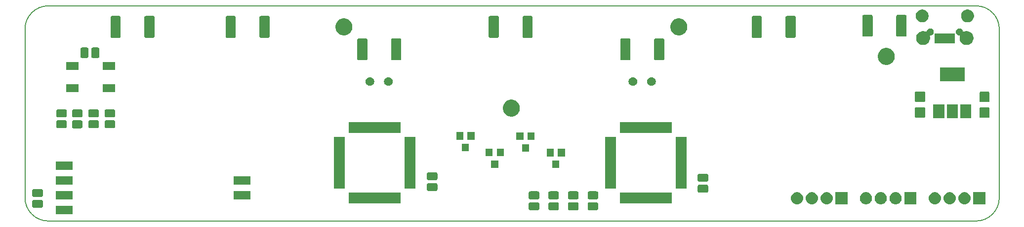
<source format=gbr>
%TF.GenerationSoftware,KiCad,Pcbnew,(5.0.1)-4*%
%TF.CreationDate,2019-04-12T07:50:59+02:00*%
%TF.ProjectId,nixie,6E697869652E6B696361645F70636200,rev?*%
%TF.SameCoordinates,Original*%
%TF.FileFunction,Soldermask,Top*%
%TF.FilePolarity,Negative*%
%FSLAX46Y46*%
G04 Gerber Fmt 4.6, Leading zero omitted, Abs format (unit mm)*
G04 Created by KiCad (PCBNEW (5.0.1)-4) date 12/04/2019 7:50:59*
%MOMM*%
%LPD*%
G01*
G04 APERTURE LIST*
%ADD10C,0.200000*%
%ADD11C,0.100000*%
G04 APERTURE END LIST*
D10*
X71251000Y-120249000D02*
G75*
G02X67251000Y-116249000I0J4000000D01*
G01*
X71251000Y-120249000D02*
X230251000Y-120249000D01*
X234251000Y-87249000D02*
X234251000Y-116249000D01*
X67251000Y-87249000D02*
G75*
G02X71251000Y-83249000I4000000J0D01*
G01*
X234251000Y-116249000D02*
G75*
G02X230251000Y-120249000I-4000000J0D01*
G01*
X67251000Y-87249000D02*
X67251000Y-116249000D01*
X71251000Y-83249000D02*
X230251000Y-83249000D01*
X230251000Y-83249000D02*
G75*
G02X234251000Y-87249000I0J-4000000D01*
G01*
D11*
G36*
X75432500Y-119064000D02*
X72522500Y-119064000D01*
X72522500Y-117664000D01*
X75432500Y-117664000D01*
X75432500Y-119064000D01*
X75432500Y-119064000D01*
G37*
G36*
X165265497Y-117017497D02*
X165318153Y-117033470D01*
X165366665Y-117059400D01*
X165409196Y-117094304D01*
X165444100Y-117136835D01*
X165470030Y-117185347D01*
X165486003Y-117238003D01*
X165492000Y-117298890D01*
X165492000Y-118099110D01*
X165486003Y-118159997D01*
X165470030Y-118212653D01*
X165444100Y-118261165D01*
X165409196Y-118303696D01*
X165366665Y-118338600D01*
X165318153Y-118364530D01*
X165265497Y-118380503D01*
X165204610Y-118386500D01*
X163979390Y-118386500D01*
X163918503Y-118380503D01*
X163865847Y-118364530D01*
X163817335Y-118338600D01*
X163774804Y-118303696D01*
X163739900Y-118261165D01*
X163713970Y-118212653D01*
X163697997Y-118159997D01*
X163692000Y-118099110D01*
X163692000Y-117298890D01*
X163697997Y-117238003D01*
X163713970Y-117185347D01*
X163739900Y-117136835D01*
X163774804Y-117094304D01*
X163817335Y-117059400D01*
X163865847Y-117033470D01*
X163918503Y-117017497D01*
X163979390Y-117011500D01*
X165204610Y-117011500D01*
X165265497Y-117017497D01*
X165265497Y-117017497D01*
G37*
G36*
X161899997Y-117017497D02*
X161952653Y-117033470D01*
X162001165Y-117059400D01*
X162043696Y-117094304D01*
X162078600Y-117136835D01*
X162104530Y-117185347D01*
X162120503Y-117238003D01*
X162126500Y-117298890D01*
X162126500Y-118099110D01*
X162120503Y-118159997D01*
X162104530Y-118212653D01*
X162078600Y-118261165D01*
X162043696Y-118303696D01*
X162001165Y-118338600D01*
X161952653Y-118364530D01*
X161899997Y-118380503D01*
X161839110Y-118386500D01*
X160613890Y-118386500D01*
X160553003Y-118380503D01*
X160500347Y-118364530D01*
X160451835Y-118338600D01*
X160409304Y-118303696D01*
X160374400Y-118261165D01*
X160348470Y-118212653D01*
X160332497Y-118159997D01*
X160326500Y-118099110D01*
X160326500Y-117298890D01*
X160332497Y-117238003D01*
X160348470Y-117185347D01*
X160374400Y-117136835D01*
X160409304Y-117094304D01*
X160451835Y-117059400D01*
X160500347Y-117033470D01*
X160553003Y-117017497D01*
X160613890Y-117011500D01*
X161839110Y-117011500D01*
X161899997Y-117017497D01*
X161899997Y-117017497D01*
G37*
G36*
X158534497Y-117017497D02*
X158587153Y-117033470D01*
X158635665Y-117059400D01*
X158678196Y-117094304D01*
X158713100Y-117136835D01*
X158739030Y-117185347D01*
X158755003Y-117238003D01*
X158761000Y-117298890D01*
X158761000Y-118099110D01*
X158755003Y-118159997D01*
X158739030Y-118212653D01*
X158713100Y-118261165D01*
X158678196Y-118303696D01*
X158635665Y-118338600D01*
X158587153Y-118364530D01*
X158534497Y-118380503D01*
X158473610Y-118386500D01*
X157248390Y-118386500D01*
X157187503Y-118380503D01*
X157134847Y-118364530D01*
X157086335Y-118338600D01*
X157043804Y-118303696D01*
X157008900Y-118261165D01*
X156982970Y-118212653D01*
X156966997Y-118159997D01*
X156961000Y-118099110D01*
X156961000Y-117298890D01*
X156966997Y-117238003D01*
X156982970Y-117185347D01*
X157008900Y-117136835D01*
X157043804Y-117094304D01*
X157086335Y-117059400D01*
X157134847Y-117033470D01*
X157187503Y-117017497D01*
X157248390Y-117011500D01*
X158473610Y-117011500D01*
X158534497Y-117017497D01*
X158534497Y-117017497D01*
G37*
G36*
X155168997Y-117017497D02*
X155221653Y-117033470D01*
X155270165Y-117059400D01*
X155312696Y-117094304D01*
X155347600Y-117136835D01*
X155373530Y-117185347D01*
X155389503Y-117238003D01*
X155395500Y-117298890D01*
X155395500Y-118099110D01*
X155389503Y-118159997D01*
X155373530Y-118212653D01*
X155347600Y-118261165D01*
X155312696Y-118303696D01*
X155270165Y-118338600D01*
X155221653Y-118364530D01*
X155168997Y-118380503D01*
X155108110Y-118386500D01*
X153882890Y-118386500D01*
X153822003Y-118380503D01*
X153769347Y-118364530D01*
X153720835Y-118338600D01*
X153678304Y-118303696D01*
X153643400Y-118261165D01*
X153617470Y-118212653D01*
X153601497Y-118159997D01*
X153595500Y-118099110D01*
X153595500Y-117298890D01*
X153601497Y-117238003D01*
X153617470Y-117185347D01*
X153643400Y-117136835D01*
X153678304Y-117094304D01*
X153720835Y-117059400D01*
X153769347Y-117033470D01*
X153822003Y-117017497D01*
X153882890Y-117011500D01*
X155108110Y-117011500D01*
X155168997Y-117017497D01*
X155168997Y-117017497D01*
G37*
G36*
X70078997Y-116602997D02*
X70131653Y-116618970D01*
X70180165Y-116644900D01*
X70222696Y-116679804D01*
X70257600Y-116722335D01*
X70283530Y-116770847D01*
X70299503Y-116823503D01*
X70305500Y-116884390D01*
X70305500Y-117684610D01*
X70299503Y-117745497D01*
X70283530Y-117798153D01*
X70257600Y-117846665D01*
X70222696Y-117889196D01*
X70180165Y-117924100D01*
X70131653Y-117950030D01*
X70078997Y-117966003D01*
X70018110Y-117972000D01*
X68792890Y-117972000D01*
X68732003Y-117966003D01*
X68679347Y-117950030D01*
X68630835Y-117924100D01*
X68588304Y-117889196D01*
X68553400Y-117846665D01*
X68527470Y-117798153D01*
X68511497Y-117745497D01*
X68505500Y-117684610D01*
X68505500Y-116884390D01*
X68511497Y-116823503D01*
X68527470Y-116770847D01*
X68553400Y-116722335D01*
X68588304Y-116679804D01*
X68630835Y-116644900D01*
X68679347Y-116618970D01*
X68732003Y-116602997D01*
X68792890Y-116597000D01*
X70018110Y-116597000D01*
X70078997Y-116602997D01*
X70078997Y-116602997D01*
G37*
G36*
X216600207Y-115289597D02*
X216677336Y-115297193D01*
X216805266Y-115336000D01*
X216875263Y-115357233D01*
X217057672Y-115454733D01*
X217217554Y-115585946D01*
X217348767Y-115745828D01*
X217446267Y-115928237D01*
X217446267Y-115928238D01*
X217506307Y-116126164D01*
X217526580Y-116332000D01*
X217506307Y-116537836D01*
X217470786Y-116654932D01*
X217446267Y-116735763D01*
X217348767Y-116918172D01*
X217217554Y-117078054D01*
X217057672Y-117209267D01*
X216875263Y-117306767D01*
X216809287Y-117326780D01*
X216677336Y-117366807D01*
X216600207Y-117374403D01*
X216523080Y-117382000D01*
X216419920Y-117382000D01*
X216342793Y-117374403D01*
X216265664Y-117366807D01*
X216133713Y-117326780D01*
X216067737Y-117306767D01*
X215885328Y-117209267D01*
X215725446Y-117078054D01*
X215594233Y-116918172D01*
X215496733Y-116735763D01*
X215472214Y-116654932D01*
X215436693Y-116537836D01*
X215416420Y-116332000D01*
X215436693Y-116126164D01*
X215496733Y-115928238D01*
X215496733Y-115928237D01*
X215594233Y-115745828D01*
X215725446Y-115585946D01*
X215885328Y-115454733D01*
X216067737Y-115357233D01*
X216137734Y-115336000D01*
X216265664Y-115297193D01*
X216342793Y-115289597D01*
X216419920Y-115282000D01*
X216523080Y-115282000D01*
X216600207Y-115289597D01*
X216600207Y-115289597D01*
G37*
G36*
X231872500Y-117382000D02*
X229772500Y-117382000D01*
X229772500Y-115282000D01*
X231872500Y-115282000D01*
X231872500Y-117382000D01*
X231872500Y-117382000D01*
G37*
G36*
X208250500Y-117382000D02*
X206150500Y-117382000D01*
X206150500Y-115282000D01*
X208250500Y-115282000D01*
X208250500Y-117382000D01*
X208250500Y-117382000D01*
G37*
G36*
X204789207Y-115289597D02*
X204866336Y-115297193D01*
X204994266Y-115336000D01*
X205064263Y-115357233D01*
X205246672Y-115454733D01*
X205406554Y-115585946D01*
X205537767Y-115745828D01*
X205635267Y-115928237D01*
X205635267Y-115928238D01*
X205695307Y-116126164D01*
X205715580Y-116332000D01*
X205695307Y-116537836D01*
X205659786Y-116654932D01*
X205635267Y-116735763D01*
X205537767Y-116918172D01*
X205406554Y-117078054D01*
X205246672Y-117209267D01*
X205064263Y-117306767D01*
X204998287Y-117326780D01*
X204866336Y-117366807D01*
X204789207Y-117374403D01*
X204712080Y-117382000D01*
X204608920Y-117382000D01*
X204531793Y-117374403D01*
X204454664Y-117366807D01*
X204322713Y-117326780D01*
X204256737Y-117306767D01*
X204074328Y-117209267D01*
X203914446Y-117078054D01*
X203783233Y-116918172D01*
X203685733Y-116735763D01*
X203661214Y-116654932D01*
X203625693Y-116537836D01*
X203605420Y-116332000D01*
X203625693Y-116126164D01*
X203685733Y-115928238D01*
X203685733Y-115928237D01*
X203783233Y-115745828D01*
X203914446Y-115585946D01*
X204074328Y-115454733D01*
X204256737Y-115357233D01*
X204326734Y-115336000D01*
X204454664Y-115297193D01*
X204531793Y-115289597D01*
X204608920Y-115282000D01*
X204712080Y-115282000D01*
X204789207Y-115289597D01*
X204789207Y-115289597D01*
G37*
G36*
X202249207Y-115289597D02*
X202326336Y-115297193D01*
X202454266Y-115336000D01*
X202524263Y-115357233D01*
X202706672Y-115454733D01*
X202866554Y-115585946D01*
X202997767Y-115745828D01*
X203095267Y-115928237D01*
X203095267Y-115928238D01*
X203155307Y-116126164D01*
X203175580Y-116332000D01*
X203155307Y-116537836D01*
X203119786Y-116654932D01*
X203095267Y-116735763D01*
X202997767Y-116918172D01*
X202866554Y-117078054D01*
X202706672Y-117209267D01*
X202524263Y-117306767D01*
X202458287Y-117326780D01*
X202326336Y-117366807D01*
X202249207Y-117374403D01*
X202172080Y-117382000D01*
X202068920Y-117382000D01*
X201991793Y-117374403D01*
X201914664Y-117366807D01*
X201782713Y-117326780D01*
X201716737Y-117306767D01*
X201534328Y-117209267D01*
X201374446Y-117078054D01*
X201243233Y-116918172D01*
X201145733Y-116735763D01*
X201121214Y-116654932D01*
X201085693Y-116537836D01*
X201065420Y-116332000D01*
X201085693Y-116126164D01*
X201145733Y-115928238D01*
X201145733Y-115928237D01*
X201243233Y-115745828D01*
X201374446Y-115585946D01*
X201534328Y-115454733D01*
X201716737Y-115357233D01*
X201786734Y-115336000D01*
X201914664Y-115297193D01*
X201991793Y-115289597D01*
X202068920Y-115282000D01*
X202172080Y-115282000D01*
X202249207Y-115289597D01*
X202249207Y-115289597D01*
G37*
G36*
X199709207Y-115289597D02*
X199786336Y-115297193D01*
X199914266Y-115336000D01*
X199984263Y-115357233D01*
X200166672Y-115454733D01*
X200326554Y-115585946D01*
X200457767Y-115745828D01*
X200555267Y-115928237D01*
X200555267Y-115928238D01*
X200615307Y-116126164D01*
X200635580Y-116332000D01*
X200615307Y-116537836D01*
X200579786Y-116654932D01*
X200555267Y-116735763D01*
X200457767Y-116918172D01*
X200326554Y-117078054D01*
X200166672Y-117209267D01*
X199984263Y-117306767D01*
X199918287Y-117326780D01*
X199786336Y-117366807D01*
X199709207Y-117374403D01*
X199632080Y-117382000D01*
X199528920Y-117382000D01*
X199451793Y-117374403D01*
X199374664Y-117366807D01*
X199242713Y-117326780D01*
X199176737Y-117306767D01*
X198994328Y-117209267D01*
X198834446Y-117078054D01*
X198703233Y-116918172D01*
X198605733Y-116735763D01*
X198581214Y-116654932D01*
X198545693Y-116537836D01*
X198525420Y-116332000D01*
X198545693Y-116126164D01*
X198605733Y-115928238D01*
X198605733Y-115928237D01*
X198703233Y-115745828D01*
X198834446Y-115585946D01*
X198994328Y-115454733D01*
X199176737Y-115357233D01*
X199246734Y-115336000D01*
X199374664Y-115297193D01*
X199451793Y-115289597D01*
X199528920Y-115282000D01*
X199632080Y-115282000D01*
X199709207Y-115289597D01*
X199709207Y-115289597D01*
G37*
G36*
X211520207Y-115289597D02*
X211597336Y-115297193D01*
X211725266Y-115336000D01*
X211795263Y-115357233D01*
X211977672Y-115454733D01*
X212137554Y-115585946D01*
X212268767Y-115745828D01*
X212366267Y-115928237D01*
X212366267Y-115928238D01*
X212426307Y-116126164D01*
X212446580Y-116332000D01*
X212426307Y-116537836D01*
X212390786Y-116654932D01*
X212366267Y-116735763D01*
X212268767Y-116918172D01*
X212137554Y-117078054D01*
X211977672Y-117209267D01*
X211795263Y-117306767D01*
X211729287Y-117326780D01*
X211597336Y-117366807D01*
X211520207Y-117374403D01*
X211443080Y-117382000D01*
X211339920Y-117382000D01*
X211262793Y-117374403D01*
X211185664Y-117366807D01*
X211053713Y-117326780D01*
X210987737Y-117306767D01*
X210805328Y-117209267D01*
X210645446Y-117078054D01*
X210514233Y-116918172D01*
X210416733Y-116735763D01*
X210392214Y-116654932D01*
X210356693Y-116537836D01*
X210336420Y-116332000D01*
X210356693Y-116126164D01*
X210416733Y-115928238D01*
X210416733Y-115928237D01*
X210514233Y-115745828D01*
X210645446Y-115585946D01*
X210805328Y-115454733D01*
X210987737Y-115357233D01*
X211057734Y-115336000D01*
X211185664Y-115297193D01*
X211262793Y-115289597D01*
X211339920Y-115282000D01*
X211443080Y-115282000D01*
X211520207Y-115289597D01*
X211520207Y-115289597D01*
G37*
G36*
X214060207Y-115289597D02*
X214137336Y-115297193D01*
X214265266Y-115336000D01*
X214335263Y-115357233D01*
X214517672Y-115454733D01*
X214677554Y-115585946D01*
X214808767Y-115745828D01*
X214906267Y-115928237D01*
X214906267Y-115928238D01*
X214966307Y-116126164D01*
X214986580Y-116332000D01*
X214966307Y-116537836D01*
X214930786Y-116654932D01*
X214906267Y-116735763D01*
X214808767Y-116918172D01*
X214677554Y-117078054D01*
X214517672Y-117209267D01*
X214335263Y-117306767D01*
X214269287Y-117326780D01*
X214137336Y-117366807D01*
X214060207Y-117374403D01*
X213983080Y-117382000D01*
X213879920Y-117382000D01*
X213802793Y-117374403D01*
X213725664Y-117366807D01*
X213593713Y-117326780D01*
X213527737Y-117306767D01*
X213345328Y-117209267D01*
X213185446Y-117078054D01*
X213054233Y-116918172D01*
X212956733Y-116735763D01*
X212932214Y-116654932D01*
X212896693Y-116537836D01*
X212876420Y-116332000D01*
X212896693Y-116126164D01*
X212956733Y-115928238D01*
X212956733Y-115928237D01*
X213054233Y-115745828D01*
X213185446Y-115585946D01*
X213345328Y-115454733D01*
X213527737Y-115357233D01*
X213597734Y-115336000D01*
X213725664Y-115297193D01*
X213802793Y-115289597D01*
X213879920Y-115282000D01*
X213983080Y-115282000D01*
X214060207Y-115289597D01*
X214060207Y-115289597D01*
G37*
G36*
X228411207Y-115289597D02*
X228488336Y-115297193D01*
X228616266Y-115336000D01*
X228686263Y-115357233D01*
X228868672Y-115454733D01*
X229028554Y-115585946D01*
X229159767Y-115745828D01*
X229257267Y-115928237D01*
X229257267Y-115928238D01*
X229317307Y-116126164D01*
X229337580Y-116332000D01*
X229317307Y-116537836D01*
X229281786Y-116654932D01*
X229257267Y-116735763D01*
X229159767Y-116918172D01*
X229028554Y-117078054D01*
X228868672Y-117209267D01*
X228686263Y-117306767D01*
X228620287Y-117326780D01*
X228488336Y-117366807D01*
X228411207Y-117374403D01*
X228334080Y-117382000D01*
X228230920Y-117382000D01*
X228153793Y-117374403D01*
X228076664Y-117366807D01*
X227944713Y-117326780D01*
X227878737Y-117306767D01*
X227696328Y-117209267D01*
X227536446Y-117078054D01*
X227405233Y-116918172D01*
X227307733Y-116735763D01*
X227283214Y-116654932D01*
X227247693Y-116537836D01*
X227227420Y-116332000D01*
X227247693Y-116126164D01*
X227307733Y-115928238D01*
X227307733Y-115928237D01*
X227405233Y-115745828D01*
X227536446Y-115585946D01*
X227696328Y-115454733D01*
X227878737Y-115357233D01*
X227948734Y-115336000D01*
X228076664Y-115297193D01*
X228153793Y-115289597D01*
X228230920Y-115282000D01*
X228334080Y-115282000D01*
X228411207Y-115289597D01*
X228411207Y-115289597D01*
G37*
G36*
X220061500Y-117382000D02*
X217961500Y-117382000D01*
X217961500Y-115282000D01*
X220061500Y-115282000D01*
X220061500Y-117382000D01*
X220061500Y-117382000D01*
G37*
G36*
X225871207Y-115289597D02*
X225948336Y-115297193D01*
X226076266Y-115336000D01*
X226146263Y-115357233D01*
X226328672Y-115454733D01*
X226488554Y-115585946D01*
X226619767Y-115745828D01*
X226717267Y-115928237D01*
X226717267Y-115928238D01*
X226777307Y-116126164D01*
X226797580Y-116332000D01*
X226777307Y-116537836D01*
X226741786Y-116654932D01*
X226717267Y-116735763D01*
X226619767Y-116918172D01*
X226488554Y-117078054D01*
X226328672Y-117209267D01*
X226146263Y-117306767D01*
X226080287Y-117326780D01*
X225948336Y-117366807D01*
X225871207Y-117374403D01*
X225794080Y-117382000D01*
X225690920Y-117382000D01*
X225613793Y-117374403D01*
X225536664Y-117366807D01*
X225404713Y-117326780D01*
X225338737Y-117306767D01*
X225156328Y-117209267D01*
X224996446Y-117078054D01*
X224865233Y-116918172D01*
X224767733Y-116735763D01*
X224743214Y-116654932D01*
X224707693Y-116537836D01*
X224687420Y-116332000D01*
X224707693Y-116126164D01*
X224767733Y-115928238D01*
X224767733Y-115928237D01*
X224865233Y-115745828D01*
X224996446Y-115585946D01*
X225156328Y-115454733D01*
X225338737Y-115357233D01*
X225408734Y-115336000D01*
X225536664Y-115297193D01*
X225613793Y-115289597D01*
X225690920Y-115282000D01*
X225794080Y-115282000D01*
X225871207Y-115289597D01*
X225871207Y-115289597D01*
G37*
G36*
X223331207Y-115289597D02*
X223408336Y-115297193D01*
X223536266Y-115336000D01*
X223606263Y-115357233D01*
X223788672Y-115454733D01*
X223948554Y-115585946D01*
X224079767Y-115745828D01*
X224177267Y-115928237D01*
X224177267Y-115928238D01*
X224237307Y-116126164D01*
X224257580Y-116332000D01*
X224237307Y-116537836D01*
X224201786Y-116654932D01*
X224177267Y-116735763D01*
X224079767Y-116918172D01*
X223948554Y-117078054D01*
X223788672Y-117209267D01*
X223606263Y-117306767D01*
X223540287Y-117326780D01*
X223408336Y-117366807D01*
X223331207Y-117374403D01*
X223254080Y-117382000D01*
X223150920Y-117382000D01*
X223073793Y-117374403D01*
X222996664Y-117366807D01*
X222864713Y-117326780D01*
X222798737Y-117306767D01*
X222616328Y-117209267D01*
X222456446Y-117078054D01*
X222325233Y-116918172D01*
X222227733Y-116735763D01*
X222203214Y-116654932D01*
X222167693Y-116537836D01*
X222147420Y-116332000D01*
X222167693Y-116126164D01*
X222227733Y-115928238D01*
X222227733Y-115928237D01*
X222325233Y-115745828D01*
X222456446Y-115585946D01*
X222616328Y-115454733D01*
X222798737Y-115357233D01*
X222868734Y-115336000D01*
X222996664Y-115297193D01*
X223073793Y-115289597D01*
X223150920Y-115282000D01*
X223254080Y-115282000D01*
X223331207Y-115289597D01*
X223331207Y-115289597D01*
G37*
G36*
X178132500Y-117236000D02*
X169212500Y-117236000D01*
X169212500Y-115336000D01*
X178132500Y-115336000D01*
X178132500Y-117236000D01*
X178132500Y-117236000D01*
G37*
G36*
X131650500Y-117236000D02*
X122730500Y-117236000D01*
X122730500Y-115336000D01*
X131650500Y-115336000D01*
X131650500Y-117236000D01*
X131650500Y-117236000D01*
G37*
G36*
X75428500Y-116524000D02*
X72518500Y-116524000D01*
X72518500Y-115124000D01*
X75428500Y-115124000D01*
X75428500Y-116524000D01*
X75428500Y-116524000D01*
G37*
G36*
X105912500Y-116524000D02*
X103002500Y-116524000D01*
X103002500Y-115124000D01*
X105912500Y-115124000D01*
X105912500Y-116524000D01*
X105912500Y-116524000D01*
G37*
G36*
X161899997Y-115142497D02*
X161952653Y-115158470D01*
X162001165Y-115184400D01*
X162043696Y-115219304D01*
X162078600Y-115261835D01*
X162104530Y-115310347D01*
X162120503Y-115363003D01*
X162126500Y-115423890D01*
X162126500Y-116224110D01*
X162120503Y-116284997D01*
X162104530Y-116337653D01*
X162078600Y-116386165D01*
X162043696Y-116428696D01*
X162001165Y-116463600D01*
X161952653Y-116489530D01*
X161899997Y-116505503D01*
X161839110Y-116511500D01*
X160613890Y-116511500D01*
X160553003Y-116505503D01*
X160500347Y-116489530D01*
X160451835Y-116463600D01*
X160409304Y-116428696D01*
X160374400Y-116386165D01*
X160348470Y-116337653D01*
X160332497Y-116284997D01*
X160326500Y-116224110D01*
X160326500Y-115423890D01*
X160332497Y-115363003D01*
X160348470Y-115310347D01*
X160374400Y-115261835D01*
X160409304Y-115219304D01*
X160451835Y-115184400D01*
X160500347Y-115158470D01*
X160553003Y-115142497D01*
X160613890Y-115136500D01*
X161839110Y-115136500D01*
X161899997Y-115142497D01*
X161899997Y-115142497D01*
G37*
G36*
X165265497Y-115142497D02*
X165318153Y-115158470D01*
X165366665Y-115184400D01*
X165409196Y-115219304D01*
X165444100Y-115261835D01*
X165470030Y-115310347D01*
X165486003Y-115363003D01*
X165492000Y-115423890D01*
X165492000Y-116224110D01*
X165486003Y-116284997D01*
X165470030Y-116337653D01*
X165444100Y-116386165D01*
X165409196Y-116428696D01*
X165366665Y-116463600D01*
X165318153Y-116489530D01*
X165265497Y-116505503D01*
X165204610Y-116511500D01*
X163979390Y-116511500D01*
X163918503Y-116505503D01*
X163865847Y-116489530D01*
X163817335Y-116463600D01*
X163774804Y-116428696D01*
X163739900Y-116386165D01*
X163713970Y-116337653D01*
X163697997Y-116284997D01*
X163692000Y-116224110D01*
X163692000Y-115423890D01*
X163697997Y-115363003D01*
X163713970Y-115310347D01*
X163739900Y-115261835D01*
X163774804Y-115219304D01*
X163817335Y-115184400D01*
X163865847Y-115158470D01*
X163918503Y-115142497D01*
X163979390Y-115136500D01*
X165204610Y-115136500D01*
X165265497Y-115142497D01*
X165265497Y-115142497D01*
G37*
G36*
X158534497Y-115142497D02*
X158587153Y-115158470D01*
X158635665Y-115184400D01*
X158678196Y-115219304D01*
X158713100Y-115261835D01*
X158739030Y-115310347D01*
X158755003Y-115363003D01*
X158761000Y-115423890D01*
X158761000Y-116224110D01*
X158755003Y-116284997D01*
X158739030Y-116337653D01*
X158713100Y-116386165D01*
X158678196Y-116428696D01*
X158635665Y-116463600D01*
X158587153Y-116489530D01*
X158534497Y-116505503D01*
X158473610Y-116511500D01*
X157248390Y-116511500D01*
X157187503Y-116505503D01*
X157134847Y-116489530D01*
X157086335Y-116463600D01*
X157043804Y-116428696D01*
X157008900Y-116386165D01*
X156982970Y-116337653D01*
X156966997Y-116284997D01*
X156961000Y-116224110D01*
X156961000Y-115423890D01*
X156966997Y-115363003D01*
X156982970Y-115310347D01*
X157008900Y-115261835D01*
X157043804Y-115219304D01*
X157086335Y-115184400D01*
X157134847Y-115158470D01*
X157187503Y-115142497D01*
X157248390Y-115136500D01*
X158473610Y-115136500D01*
X158534497Y-115142497D01*
X158534497Y-115142497D01*
G37*
G36*
X155168997Y-115142497D02*
X155221653Y-115158470D01*
X155270165Y-115184400D01*
X155312696Y-115219304D01*
X155347600Y-115261835D01*
X155373530Y-115310347D01*
X155389503Y-115363003D01*
X155395500Y-115423890D01*
X155395500Y-116224110D01*
X155389503Y-116284997D01*
X155373530Y-116337653D01*
X155347600Y-116386165D01*
X155312696Y-116428696D01*
X155270165Y-116463600D01*
X155221653Y-116489530D01*
X155168997Y-116505503D01*
X155108110Y-116511500D01*
X153882890Y-116511500D01*
X153822003Y-116505503D01*
X153769347Y-116489530D01*
X153720835Y-116463600D01*
X153678304Y-116428696D01*
X153643400Y-116386165D01*
X153617470Y-116337653D01*
X153601497Y-116284997D01*
X153595500Y-116224110D01*
X153595500Y-115423890D01*
X153601497Y-115363003D01*
X153617470Y-115310347D01*
X153643400Y-115261835D01*
X153678304Y-115219304D01*
X153720835Y-115184400D01*
X153769347Y-115158470D01*
X153822003Y-115142497D01*
X153882890Y-115136500D01*
X155108110Y-115136500D01*
X155168997Y-115142497D01*
X155168997Y-115142497D01*
G37*
G36*
X70078997Y-114727997D02*
X70131653Y-114743970D01*
X70180165Y-114769900D01*
X70222696Y-114804804D01*
X70257600Y-114847335D01*
X70283530Y-114895847D01*
X70299503Y-114948503D01*
X70305500Y-115009390D01*
X70305500Y-115809610D01*
X70299503Y-115870497D01*
X70283530Y-115923153D01*
X70257600Y-115971665D01*
X70222696Y-116014196D01*
X70180165Y-116049100D01*
X70131653Y-116075030D01*
X70078997Y-116091003D01*
X70018110Y-116097000D01*
X68792890Y-116097000D01*
X68732003Y-116091003D01*
X68679347Y-116075030D01*
X68630835Y-116049100D01*
X68588304Y-116014196D01*
X68553400Y-115971665D01*
X68527470Y-115923153D01*
X68511497Y-115870497D01*
X68505500Y-115809610D01*
X68505500Y-115009390D01*
X68511497Y-114948503D01*
X68527470Y-114895847D01*
X68553400Y-114847335D01*
X68588304Y-114804804D01*
X68630835Y-114769900D01*
X68679347Y-114743970D01*
X68732003Y-114727997D01*
X68792890Y-114722000D01*
X70018110Y-114722000D01*
X70078997Y-114727997D01*
X70078997Y-114727997D01*
G37*
G36*
X184124997Y-113999497D02*
X184177653Y-114015470D01*
X184226165Y-114041400D01*
X184268696Y-114076304D01*
X184303600Y-114118835D01*
X184329530Y-114167347D01*
X184345503Y-114220003D01*
X184351500Y-114280890D01*
X184351500Y-115081110D01*
X184345503Y-115141997D01*
X184329530Y-115194653D01*
X184303600Y-115243165D01*
X184268696Y-115285696D01*
X184226165Y-115320600D01*
X184177653Y-115346530D01*
X184124997Y-115362503D01*
X184064110Y-115368500D01*
X182838890Y-115368500D01*
X182778003Y-115362503D01*
X182725347Y-115346530D01*
X182676835Y-115320600D01*
X182634304Y-115285696D01*
X182599400Y-115243165D01*
X182573470Y-115194653D01*
X182557497Y-115141997D01*
X182551500Y-115081110D01*
X182551500Y-114280890D01*
X182557497Y-114220003D01*
X182573470Y-114167347D01*
X182599400Y-114118835D01*
X182634304Y-114076304D01*
X182676835Y-114041400D01*
X182725347Y-114015470D01*
X182778003Y-113999497D01*
X182838890Y-113993500D01*
X184064110Y-113993500D01*
X184124997Y-113999497D01*
X184124997Y-113999497D01*
G37*
G36*
X137721497Y-113730497D02*
X137774153Y-113746470D01*
X137822665Y-113772400D01*
X137865196Y-113807304D01*
X137900100Y-113849835D01*
X137926030Y-113898347D01*
X137942003Y-113951003D01*
X137948000Y-114011890D01*
X137948000Y-114812110D01*
X137942003Y-114872997D01*
X137926030Y-114925653D01*
X137900100Y-114974165D01*
X137865196Y-115016696D01*
X137822665Y-115051600D01*
X137774153Y-115077530D01*
X137721497Y-115093503D01*
X137660610Y-115099500D01*
X136435390Y-115099500D01*
X136374503Y-115093503D01*
X136321847Y-115077530D01*
X136273335Y-115051600D01*
X136230804Y-115016696D01*
X136195900Y-114974165D01*
X136169970Y-114925653D01*
X136153997Y-114872997D01*
X136148000Y-114812110D01*
X136148000Y-114011890D01*
X136153997Y-113951003D01*
X136169970Y-113898347D01*
X136195900Y-113849835D01*
X136230804Y-113807304D01*
X136273335Y-113772400D01*
X136321847Y-113746470D01*
X136374503Y-113730497D01*
X136435390Y-113724500D01*
X137660610Y-113724500D01*
X137721497Y-113730497D01*
X137721497Y-113730497D01*
G37*
G36*
X180672500Y-114696000D02*
X178772500Y-114696000D01*
X178772500Y-105776000D01*
X180672500Y-105776000D01*
X180672500Y-114696000D01*
X180672500Y-114696000D01*
G37*
G36*
X168572500Y-114696000D02*
X166672500Y-114696000D01*
X166672500Y-105776000D01*
X168572500Y-105776000D01*
X168572500Y-114696000D01*
X168572500Y-114696000D01*
G37*
G36*
X134190500Y-114696000D02*
X132290500Y-114696000D01*
X132290500Y-105776000D01*
X134190500Y-105776000D01*
X134190500Y-114696000D01*
X134190500Y-114696000D01*
G37*
G36*
X122090500Y-114696000D02*
X120190500Y-114696000D01*
X120190500Y-105776000D01*
X122090500Y-105776000D01*
X122090500Y-114696000D01*
X122090500Y-114696000D01*
G37*
G36*
X75432500Y-113984000D02*
X72522500Y-113984000D01*
X72522500Y-112584000D01*
X75432500Y-112584000D01*
X75432500Y-113984000D01*
X75432500Y-113984000D01*
G37*
G36*
X105912500Y-113984000D02*
X103002500Y-113984000D01*
X103002500Y-112584000D01*
X105912500Y-112584000D01*
X105912500Y-113984000D01*
X105912500Y-113984000D01*
G37*
G36*
X184124997Y-112124497D02*
X184177653Y-112140470D01*
X184226165Y-112166400D01*
X184268696Y-112201304D01*
X184303600Y-112243835D01*
X184329530Y-112292347D01*
X184345503Y-112345003D01*
X184351500Y-112405890D01*
X184351500Y-113206110D01*
X184345503Y-113266997D01*
X184329530Y-113319653D01*
X184303600Y-113368165D01*
X184268696Y-113410696D01*
X184226165Y-113445600D01*
X184177653Y-113471530D01*
X184124997Y-113487503D01*
X184064110Y-113493500D01*
X182838890Y-113493500D01*
X182778003Y-113487503D01*
X182725347Y-113471530D01*
X182676835Y-113445600D01*
X182634304Y-113410696D01*
X182599400Y-113368165D01*
X182573470Y-113319653D01*
X182557497Y-113266997D01*
X182551500Y-113206110D01*
X182551500Y-112405890D01*
X182557497Y-112345003D01*
X182573470Y-112292347D01*
X182599400Y-112243835D01*
X182634304Y-112201304D01*
X182676835Y-112166400D01*
X182725347Y-112140470D01*
X182778003Y-112124497D01*
X182838890Y-112118500D01*
X184064110Y-112118500D01*
X184124997Y-112124497D01*
X184124997Y-112124497D01*
G37*
G36*
X137721497Y-111855497D02*
X137774153Y-111871470D01*
X137822665Y-111897400D01*
X137865196Y-111932304D01*
X137900100Y-111974835D01*
X137926030Y-112023347D01*
X137942003Y-112076003D01*
X137948000Y-112136890D01*
X137948000Y-112937110D01*
X137942003Y-112997997D01*
X137926030Y-113050653D01*
X137900100Y-113099165D01*
X137865196Y-113141696D01*
X137822665Y-113176600D01*
X137774153Y-113202530D01*
X137721497Y-113218503D01*
X137660610Y-113224500D01*
X136435390Y-113224500D01*
X136374503Y-113218503D01*
X136321847Y-113202530D01*
X136273335Y-113176600D01*
X136230804Y-113141696D01*
X136195900Y-113099165D01*
X136169970Y-113050653D01*
X136153997Y-112997997D01*
X136148000Y-112937110D01*
X136148000Y-112136890D01*
X136153997Y-112076003D01*
X136169970Y-112023347D01*
X136195900Y-111974835D01*
X136230804Y-111932304D01*
X136273335Y-111897400D01*
X136321847Y-111871470D01*
X136374503Y-111855497D01*
X136435390Y-111849500D01*
X137660610Y-111849500D01*
X137721497Y-111855497D01*
X137721497Y-111855497D01*
G37*
G36*
X75428500Y-111444000D02*
X72518500Y-111444000D01*
X72518500Y-110044000D01*
X75428500Y-110044000D01*
X75428500Y-111444000D01*
X75428500Y-111444000D01*
G37*
G36*
X158844500Y-111140000D02*
X157644500Y-111140000D01*
X157644500Y-109840000D01*
X158844500Y-109840000D01*
X158844500Y-111140000D01*
X158844500Y-111140000D01*
G37*
G36*
X148367000Y-111124000D02*
X147167000Y-111124000D01*
X147167000Y-109824000D01*
X148367000Y-109824000D01*
X148367000Y-111124000D01*
X148367000Y-111124000D01*
G37*
G36*
X159794500Y-109140000D02*
X158594500Y-109140000D01*
X158594500Y-107840000D01*
X159794500Y-107840000D01*
X159794500Y-109140000D01*
X159794500Y-109140000D01*
G37*
G36*
X157894500Y-109140000D02*
X156694500Y-109140000D01*
X156694500Y-107840000D01*
X157894500Y-107840000D01*
X157894500Y-109140000D01*
X157894500Y-109140000D01*
G37*
G36*
X147417000Y-109124000D02*
X146217000Y-109124000D01*
X146217000Y-107824000D01*
X147417000Y-107824000D01*
X147417000Y-109124000D01*
X147417000Y-109124000D01*
G37*
G36*
X149317000Y-109124000D02*
X148117000Y-109124000D01*
X148117000Y-107824000D01*
X149317000Y-107824000D01*
X149317000Y-109124000D01*
X149317000Y-109124000D01*
G37*
G36*
X153637500Y-108314000D02*
X152437500Y-108314000D01*
X152437500Y-107014000D01*
X153637500Y-107014000D01*
X153637500Y-108314000D01*
X153637500Y-108314000D01*
G37*
G36*
X143348000Y-108266500D02*
X142148000Y-108266500D01*
X142148000Y-106966500D01*
X143348000Y-106966500D01*
X143348000Y-108266500D01*
X143348000Y-108266500D01*
G37*
G36*
X152687500Y-106314000D02*
X151487500Y-106314000D01*
X151487500Y-105014000D01*
X152687500Y-105014000D01*
X152687500Y-106314000D01*
X152687500Y-106314000D01*
G37*
G36*
X154587500Y-106314000D02*
X153387500Y-106314000D01*
X153387500Y-105014000D01*
X154587500Y-105014000D01*
X154587500Y-106314000D01*
X154587500Y-106314000D01*
G37*
G36*
X144298000Y-106266500D02*
X143098000Y-106266500D01*
X143098000Y-104966500D01*
X144298000Y-104966500D01*
X144298000Y-106266500D01*
X144298000Y-106266500D01*
G37*
G36*
X142398000Y-106266500D02*
X141198000Y-106266500D01*
X141198000Y-104966500D01*
X142398000Y-104966500D01*
X142398000Y-106266500D01*
X142398000Y-106266500D01*
G37*
G36*
X131650500Y-105136000D02*
X122730500Y-105136000D01*
X122730500Y-103236000D01*
X131650500Y-103236000D01*
X131650500Y-105136000D01*
X131650500Y-105136000D01*
G37*
G36*
X178132500Y-105136000D02*
X169212500Y-105136000D01*
X169212500Y-103236000D01*
X178132500Y-103236000D01*
X178132500Y-105136000D01*
X178132500Y-105136000D01*
G37*
G36*
X76873497Y-102935497D02*
X76926153Y-102951470D01*
X76974665Y-102977400D01*
X77017196Y-103012304D01*
X77052100Y-103054835D01*
X77078030Y-103103347D01*
X77094003Y-103156003D01*
X77100000Y-103216890D01*
X77100000Y-104017110D01*
X77094003Y-104077997D01*
X77078030Y-104130653D01*
X77052100Y-104179165D01*
X77017196Y-104221696D01*
X76974665Y-104256600D01*
X76926153Y-104282530D01*
X76873497Y-104298503D01*
X76812610Y-104304500D01*
X75587390Y-104304500D01*
X75526503Y-104298503D01*
X75473847Y-104282530D01*
X75425335Y-104256600D01*
X75382804Y-104221696D01*
X75347900Y-104179165D01*
X75321970Y-104130653D01*
X75305997Y-104077997D01*
X75300000Y-104017110D01*
X75300000Y-103216890D01*
X75305997Y-103156003D01*
X75321970Y-103103347D01*
X75347900Y-103054835D01*
X75382804Y-103012304D01*
X75425335Y-102977400D01*
X75473847Y-102951470D01*
X75526503Y-102935497D01*
X75587390Y-102929500D01*
X76812610Y-102929500D01*
X76873497Y-102935497D01*
X76873497Y-102935497D01*
G37*
G36*
X82461497Y-102920497D02*
X82514153Y-102936470D01*
X82562665Y-102962400D01*
X82605196Y-102997304D01*
X82640100Y-103039835D01*
X82666030Y-103088347D01*
X82682003Y-103141003D01*
X82688000Y-103201890D01*
X82688000Y-104002110D01*
X82682003Y-104062997D01*
X82666030Y-104115653D01*
X82640100Y-104164165D01*
X82605196Y-104206696D01*
X82562665Y-104241600D01*
X82514153Y-104267530D01*
X82461497Y-104283503D01*
X82400610Y-104289500D01*
X81175390Y-104289500D01*
X81114503Y-104283503D01*
X81061847Y-104267530D01*
X81013335Y-104241600D01*
X80970804Y-104206696D01*
X80935900Y-104164165D01*
X80909970Y-104115653D01*
X80893997Y-104062997D01*
X80888000Y-104002110D01*
X80888000Y-103201890D01*
X80893997Y-103141003D01*
X80909970Y-103088347D01*
X80935900Y-103039835D01*
X80970804Y-102997304D01*
X81013335Y-102962400D01*
X81061847Y-102936470D01*
X81114503Y-102920497D01*
X81175390Y-102914500D01*
X82400610Y-102914500D01*
X82461497Y-102920497D01*
X82461497Y-102920497D01*
G37*
G36*
X79667497Y-102920497D02*
X79720153Y-102936470D01*
X79768665Y-102962400D01*
X79811196Y-102997304D01*
X79846100Y-103039835D01*
X79872030Y-103088347D01*
X79888003Y-103141003D01*
X79894000Y-103201890D01*
X79894000Y-104002110D01*
X79888003Y-104062997D01*
X79872030Y-104115653D01*
X79846100Y-104164165D01*
X79811196Y-104206696D01*
X79768665Y-104241600D01*
X79720153Y-104267530D01*
X79667497Y-104283503D01*
X79606610Y-104289500D01*
X78381390Y-104289500D01*
X78320503Y-104283503D01*
X78267847Y-104267530D01*
X78219335Y-104241600D01*
X78176804Y-104206696D01*
X78141900Y-104164165D01*
X78115970Y-104115653D01*
X78099997Y-104062997D01*
X78094000Y-104002110D01*
X78094000Y-103201890D01*
X78099997Y-103141003D01*
X78115970Y-103088347D01*
X78141900Y-103039835D01*
X78176804Y-102997304D01*
X78219335Y-102962400D01*
X78267847Y-102936470D01*
X78320503Y-102920497D01*
X78381390Y-102914500D01*
X79606610Y-102914500D01*
X79667497Y-102920497D01*
X79667497Y-102920497D01*
G37*
G36*
X74206497Y-102920497D02*
X74259153Y-102936470D01*
X74307665Y-102962400D01*
X74350196Y-102997304D01*
X74385100Y-103039835D01*
X74411030Y-103088347D01*
X74427003Y-103141003D01*
X74433000Y-103201890D01*
X74433000Y-104002110D01*
X74427003Y-104062997D01*
X74411030Y-104115653D01*
X74385100Y-104164165D01*
X74350196Y-104206696D01*
X74307665Y-104241600D01*
X74259153Y-104267530D01*
X74206497Y-104283503D01*
X74145610Y-104289500D01*
X72920390Y-104289500D01*
X72859503Y-104283503D01*
X72806847Y-104267530D01*
X72758335Y-104241600D01*
X72715804Y-104206696D01*
X72680900Y-104164165D01*
X72654970Y-104115653D01*
X72638997Y-104062997D01*
X72633000Y-104002110D01*
X72633000Y-103201890D01*
X72638997Y-103141003D01*
X72654970Y-103088347D01*
X72680900Y-103039835D01*
X72715804Y-102997304D01*
X72758335Y-102962400D01*
X72806847Y-102936470D01*
X72859503Y-102920497D01*
X72920390Y-102914500D01*
X74145610Y-102914500D01*
X74206497Y-102920497D01*
X74206497Y-102920497D01*
G37*
G36*
X227137000Y-102559500D02*
X225237000Y-102559500D01*
X225237000Y-100159500D01*
X227137000Y-100159500D01*
X227137000Y-102559500D01*
X227137000Y-102559500D01*
G37*
G36*
X229437000Y-102559500D02*
X227537000Y-102559500D01*
X227537000Y-100159500D01*
X229437000Y-100159500D01*
X229437000Y-102559500D01*
X229437000Y-102559500D01*
G37*
G36*
X224837000Y-102559500D02*
X222937000Y-102559500D01*
X222937000Y-100159500D01*
X224837000Y-100159500D01*
X224837000Y-102559500D01*
X224837000Y-102559500D01*
G37*
G36*
X232388878Y-100721808D02*
X232434802Y-100735739D01*
X232477115Y-100758355D01*
X232514205Y-100788795D01*
X232544645Y-100825885D01*
X232567261Y-100868198D01*
X232581192Y-100914122D01*
X232586500Y-100968011D01*
X232586500Y-102264989D01*
X232581192Y-102318878D01*
X232567261Y-102364802D01*
X232544645Y-102407115D01*
X232514205Y-102444205D01*
X232477115Y-102474645D01*
X232434802Y-102497261D01*
X232388878Y-102511192D01*
X232334989Y-102516500D01*
X231088011Y-102516500D01*
X231034122Y-102511192D01*
X230988198Y-102497261D01*
X230945885Y-102474645D01*
X230908795Y-102444205D01*
X230878355Y-102407115D01*
X230855739Y-102364802D01*
X230841808Y-102318878D01*
X230836500Y-102264989D01*
X230836500Y-100968011D01*
X230841808Y-100914122D01*
X230855739Y-100868198D01*
X230878355Y-100825885D01*
X230908795Y-100788795D01*
X230945885Y-100758355D01*
X230988198Y-100735739D01*
X231034122Y-100721808D01*
X231088011Y-100716500D01*
X232334989Y-100716500D01*
X232388878Y-100721808D01*
X232388878Y-100721808D01*
G37*
G36*
X221339878Y-100674808D02*
X221385802Y-100688739D01*
X221428115Y-100711355D01*
X221465205Y-100741795D01*
X221495645Y-100778885D01*
X221518261Y-100821198D01*
X221532192Y-100867122D01*
X221537500Y-100921011D01*
X221537500Y-102217989D01*
X221532192Y-102271878D01*
X221518261Y-102317802D01*
X221495645Y-102360115D01*
X221465205Y-102397205D01*
X221428115Y-102427645D01*
X221385802Y-102450261D01*
X221339878Y-102464192D01*
X221285989Y-102469500D01*
X220039011Y-102469500D01*
X219985122Y-102464192D01*
X219939198Y-102450261D01*
X219896885Y-102427645D01*
X219859795Y-102397205D01*
X219829355Y-102360115D01*
X219806739Y-102317802D01*
X219792808Y-102271878D01*
X219787500Y-102217989D01*
X219787500Y-100921011D01*
X219792808Y-100867122D01*
X219806739Y-100821198D01*
X219829355Y-100778885D01*
X219859795Y-100741795D01*
X219896885Y-100711355D01*
X219939198Y-100688739D01*
X219985122Y-100674808D01*
X220039011Y-100669500D01*
X221285989Y-100669500D01*
X221339878Y-100674808D01*
X221339878Y-100674808D01*
G37*
G36*
X76873497Y-101060497D02*
X76926153Y-101076470D01*
X76974665Y-101102400D01*
X77017196Y-101137304D01*
X77052100Y-101179835D01*
X77078030Y-101228347D01*
X77094003Y-101281003D01*
X77100000Y-101341890D01*
X77100000Y-102142110D01*
X77094003Y-102202997D01*
X77078030Y-102255653D01*
X77052100Y-102304165D01*
X77017196Y-102346696D01*
X76974665Y-102381600D01*
X76926153Y-102407530D01*
X76873497Y-102423503D01*
X76812610Y-102429500D01*
X75587390Y-102429500D01*
X75526503Y-102423503D01*
X75473847Y-102407530D01*
X75425335Y-102381600D01*
X75382804Y-102346696D01*
X75347900Y-102304165D01*
X75321970Y-102255653D01*
X75305997Y-102202997D01*
X75300000Y-102142110D01*
X75300000Y-101341890D01*
X75305997Y-101281003D01*
X75321970Y-101228347D01*
X75347900Y-101179835D01*
X75382804Y-101137304D01*
X75425335Y-101102400D01*
X75473847Y-101076470D01*
X75526503Y-101060497D01*
X75587390Y-101054500D01*
X76812610Y-101054500D01*
X76873497Y-101060497D01*
X76873497Y-101060497D01*
G37*
G36*
X74206497Y-101045497D02*
X74259153Y-101061470D01*
X74307665Y-101087400D01*
X74350196Y-101122304D01*
X74385100Y-101164835D01*
X74411030Y-101213347D01*
X74427003Y-101266003D01*
X74433000Y-101326890D01*
X74433000Y-102127110D01*
X74427003Y-102187997D01*
X74411030Y-102240653D01*
X74385100Y-102289165D01*
X74350196Y-102331696D01*
X74307665Y-102366600D01*
X74259153Y-102392530D01*
X74206497Y-102408503D01*
X74145610Y-102414500D01*
X72920390Y-102414500D01*
X72859503Y-102408503D01*
X72806847Y-102392530D01*
X72758335Y-102366600D01*
X72715804Y-102331696D01*
X72680900Y-102289165D01*
X72654970Y-102240653D01*
X72638997Y-102187997D01*
X72633000Y-102127110D01*
X72633000Y-101326890D01*
X72638997Y-101266003D01*
X72654970Y-101213347D01*
X72680900Y-101164835D01*
X72715804Y-101122304D01*
X72758335Y-101087400D01*
X72806847Y-101061470D01*
X72859503Y-101045497D01*
X72920390Y-101039500D01*
X74145610Y-101039500D01*
X74206497Y-101045497D01*
X74206497Y-101045497D01*
G37*
G36*
X82461497Y-101045497D02*
X82514153Y-101061470D01*
X82562665Y-101087400D01*
X82605196Y-101122304D01*
X82640100Y-101164835D01*
X82666030Y-101213347D01*
X82682003Y-101266003D01*
X82688000Y-101326890D01*
X82688000Y-102127110D01*
X82682003Y-102187997D01*
X82666030Y-102240653D01*
X82640100Y-102289165D01*
X82605196Y-102331696D01*
X82562665Y-102366600D01*
X82514153Y-102392530D01*
X82461497Y-102408503D01*
X82400610Y-102414500D01*
X81175390Y-102414500D01*
X81114503Y-102408503D01*
X81061847Y-102392530D01*
X81013335Y-102366600D01*
X80970804Y-102331696D01*
X80935900Y-102289165D01*
X80909970Y-102240653D01*
X80893997Y-102187997D01*
X80888000Y-102127110D01*
X80888000Y-101326890D01*
X80893997Y-101266003D01*
X80909970Y-101213347D01*
X80935900Y-101164835D01*
X80970804Y-101122304D01*
X81013335Y-101087400D01*
X81061847Y-101061470D01*
X81114503Y-101045497D01*
X81175390Y-101039500D01*
X82400610Y-101039500D01*
X82461497Y-101045497D01*
X82461497Y-101045497D01*
G37*
G36*
X79667497Y-101045497D02*
X79720153Y-101061470D01*
X79768665Y-101087400D01*
X79811196Y-101122304D01*
X79846100Y-101164835D01*
X79872030Y-101213347D01*
X79888003Y-101266003D01*
X79894000Y-101326890D01*
X79894000Y-102127110D01*
X79888003Y-102187997D01*
X79872030Y-102240653D01*
X79846100Y-102289165D01*
X79811196Y-102331696D01*
X79768665Y-102366600D01*
X79720153Y-102392530D01*
X79667497Y-102408503D01*
X79606610Y-102414500D01*
X78381390Y-102414500D01*
X78320503Y-102408503D01*
X78267847Y-102392530D01*
X78219335Y-102366600D01*
X78176804Y-102331696D01*
X78141900Y-102289165D01*
X78115970Y-102240653D01*
X78099997Y-102187997D01*
X78094000Y-102127110D01*
X78094000Y-101326890D01*
X78099997Y-101266003D01*
X78115970Y-101213347D01*
X78141900Y-101164835D01*
X78176804Y-101122304D01*
X78219335Y-101087400D01*
X78267847Y-101061470D01*
X78320503Y-101045497D01*
X78381390Y-101039500D01*
X79606610Y-101039500D01*
X79667497Y-101045497D01*
X79667497Y-101045497D01*
G37*
G36*
X151044947Y-99443722D02*
X151308833Y-99553027D01*
X151546324Y-99711713D01*
X151748287Y-99913676D01*
X151906973Y-100151167D01*
X152016278Y-100415053D01*
X152072000Y-100695186D01*
X152072000Y-100980814D01*
X152016278Y-101260947D01*
X151906973Y-101524833D01*
X151748287Y-101762324D01*
X151546324Y-101964287D01*
X151308833Y-102122973D01*
X151044947Y-102232278D01*
X150764814Y-102288000D01*
X150479186Y-102288000D01*
X150199053Y-102232278D01*
X149935167Y-102122973D01*
X149697676Y-101964287D01*
X149495713Y-101762324D01*
X149337027Y-101524833D01*
X149227722Y-101260947D01*
X149172000Y-100980814D01*
X149172000Y-100695186D01*
X149227722Y-100415053D01*
X149337027Y-100151167D01*
X149495713Y-99913676D01*
X149697676Y-99711713D01*
X149935167Y-99553027D01*
X150199053Y-99443722D01*
X150479186Y-99388000D01*
X150764814Y-99388000D01*
X151044947Y-99443722D01*
X151044947Y-99443722D01*
G37*
G36*
X232388878Y-98021808D02*
X232434802Y-98035739D01*
X232477115Y-98058355D01*
X232514205Y-98088795D01*
X232544645Y-98125885D01*
X232567261Y-98168198D01*
X232581192Y-98214122D01*
X232586500Y-98268011D01*
X232586500Y-99564989D01*
X232581192Y-99618878D01*
X232567261Y-99664802D01*
X232544645Y-99707115D01*
X232514205Y-99744205D01*
X232477115Y-99774645D01*
X232434802Y-99797261D01*
X232388878Y-99811192D01*
X232334989Y-99816500D01*
X231088011Y-99816500D01*
X231034122Y-99811192D01*
X230988198Y-99797261D01*
X230945885Y-99774645D01*
X230908795Y-99744205D01*
X230878355Y-99707115D01*
X230855739Y-99664802D01*
X230841808Y-99618878D01*
X230836500Y-99564989D01*
X230836500Y-98268011D01*
X230841808Y-98214122D01*
X230855739Y-98168198D01*
X230878355Y-98125885D01*
X230908795Y-98088795D01*
X230945885Y-98058355D01*
X230988198Y-98035739D01*
X231034122Y-98021808D01*
X231088011Y-98016500D01*
X232334989Y-98016500D01*
X232388878Y-98021808D01*
X232388878Y-98021808D01*
G37*
G36*
X221339878Y-97974808D02*
X221385802Y-97988739D01*
X221428115Y-98011355D01*
X221465205Y-98041795D01*
X221495645Y-98078885D01*
X221518261Y-98121198D01*
X221532192Y-98167122D01*
X221537500Y-98221011D01*
X221537500Y-99517989D01*
X221532192Y-99571878D01*
X221518261Y-99617802D01*
X221495645Y-99660115D01*
X221465205Y-99697205D01*
X221428115Y-99727645D01*
X221385802Y-99750261D01*
X221339878Y-99764192D01*
X221285989Y-99769500D01*
X220039011Y-99769500D01*
X219985122Y-99764192D01*
X219939198Y-99750261D01*
X219896885Y-99727645D01*
X219859795Y-99697205D01*
X219829355Y-99660115D01*
X219806739Y-99617802D01*
X219792808Y-99571878D01*
X219787500Y-99517989D01*
X219787500Y-98221011D01*
X219792808Y-98167122D01*
X219806739Y-98121198D01*
X219829355Y-98078885D01*
X219859795Y-98041795D01*
X219896885Y-98011355D01*
X219939198Y-97988739D01*
X219985122Y-97974808D01*
X220039011Y-97969500D01*
X221285989Y-97969500D01*
X221339878Y-97974808D01*
X221339878Y-97974808D01*
G37*
G36*
X76411000Y-98109000D02*
X74311000Y-98109000D01*
X74311000Y-96709000D01*
X76411000Y-96709000D01*
X76411000Y-98109000D01*
X76411000Y-98109000D01*
G37*
G36*
X82711000Y-98109000D02*
X80611000Y-98109000D01*
X80611000Y-96709000D01*
X82711000Y-96709000D01*
X82711000Y-98109000D01*
X82711000Y-98109000D01*
G37*
G36*
X174844850Y-95541244D02*
X174982021Y-95598062D01*
X175105472Y-95680549D01*
X175210451Y-95785528D01*
X175292938Y-95908979D01*
X175349756Y-96046150D01*
X175378720Y-96191764D01*
X175378720Y-96340236D01*
X175349756Y-96485850D01*
X175292938Y-96623021D01*
X175210451Y-96746472D01*
X175105472Y-96851451D01*
X174982021Y-96933938D01*
X174844850Y-96990756D01*
X174699236Y-97019720D01*
X174550764Y-97019720D01*
X174405150Y-96990756D01*
X174267979Y-96933938D01*
X174144528Y-96851451D01*
X174039549Y-96746472D01*
X173957062Y-96623021D01*
X173900244Y-96485850D01*
X173871280Y-96340236D01*
X173871280Y-96191764D01*
X173900244Y-96046150D01*
X173957062Y-95908979D01*
X174039549Y-95785528D01*
X174144528Y-95680549D01*
X174267979Y-95598062D01*
X174405150Y-95541244D01*
X174550764Y-95512280D01*
X174699236Y-95512280D01*
X174844850Y-95541244D01*
X174844850Y-95541244D01*
G37*
G36*
X171669850Y-95541244D02*
X171807021Y-95598062D01*
X171930472Y-95680549D01*
X172035451Y-95785528D01*
X172117938Y-95908979D01*
X172174756Y-96046150D01*
X172203720Y-96191764D01*
X172203720Y-96340236D01*
X172174756Y-96485850D01*
X172117938Y-96623021D01*
X172035451Y-96746472D01*
X171930472Y-96851451D01*
X171807021Y-96933938D01*
X171669850Y-96990756D01*
X171524236Y-97019720D01*
X171375764Y-97019720D01*
X171230150Y-96990756D01*
X171092979Y-96933938D01*
X170969528Y-96851451D01*
X170864549Y-96746472D01*
X170782062Y-96623021D01*
X170725244Y-96485850D01*
X170696280Y-96340236D01*
X170696280Y-96191764D01*
X170725244Y-96046150D01*
X170782062Y-95908979D01*
X170864549Y-95785528D01*
X170969528Y-95680549D01*
X171092979Y-95598062D01*
X171230150Y-95541244D01*
X171375764Y-95512280D01*
X171524236Y-95512280D01*
X171669850Y-95541244D01*
X171669850Y-95541244D01*
G37*
G36*
X129759850Y-95541244D02*
X129897021Y-95598062D01*
X130020472Y-95680549D01*
X130125451Y-95785528D01*
X130207938Y-95908979D01*
X130264756Y-96046150D01*
X130293720Y-96191764D01*
X130293720Y-96340236D01*
X130264756Y-96485850D01*
X130207938Y-96623021D01*
X130125451Y-96746472D01*
X130020472Y-96851451D01*
X129897021Y-96933938D01*
X129759850Y-96990756D01*
X129614236Y-97019720D01*
X129465764Y-97019720D01*
X129320150Y-96990756D01*
X129182979Y-96933938D01*
X129059528Y-96851451D01*
X128954549Y-96746472D01*
X128872062Y-96623021D01*
X128815244Y-96485850D01*
X128786280Y-96340236D01*
X128786280Y-96191764D01*
X128815244Y-96046150D01*
X128872062Y-95908979D01*
X128954549Y-95785528D01*
X129059528Y-95680549D01*
X129182979Y-95598062D01*
X129320150Y-95541244D01*
X129465764Y-95512280D01*
X129614236Y-95512280D01*
X129759850Y-95541244D01*
X129759850Y-95541244D01*
G37*
G36*
X126584850Y-95541244D02*
X126722021Y-95598062D01*
X126845472Y-95680549D01*
X126950451Y-95785528D01*
X127032938Y-95908979D01*
X127089756Y-96046150D01*
X127118720Y-96191764D01*
X127118720Y-96340236D01*
X127089756Y-96485850D01*
X127032938Y-96623021D01*
X126950451Y-96746472D01*
X126845472Y-96851451D01*
X126722021Y-96933938D01*
X126584850Y-96990756D01*
X126439236Y-97019720D01*
X126290764Y-97019720D01*
X126145150Y-96990756D01*
X126007979Y-96933938D01*
X125884528Y-96851451D01*
X125779549Y-96746472D01*
X125697062Y-96623021D01*
X125640244Y-96485850D01*
X125611280Y-96340236D01*
X125611280Y-96191764D01*
X125640244Y-96046150D01*
X125697062Y-95908979D01*
X125779549Y-95785528D01*
X125884528Y-95680549D01*
X126007979Y-95598062D01*
X126145150Y-95541244D01*
X126290764Y-95512280D01*
X126439236Y-95512280D01*
X126584850Y-95541244D01*
X126584850Y-95541244D01*
G37*
G36*
X228287000Y-96259500D02*
X224087000Y-96259500D01*
X224087000Y-93859500D01*
X228287000Y-93859500D01*
X228287000Y-96259500D01*
X228287000Y-96259500D01*
G37*
G36*
X76411000Y-94309000D02*
X74311000Y-94309000D01*
X74311000Y-92909000D01*
X76411000Y-92909000D01*
X76411000Y-94309000D01*
X76411000Y-94309000D01*
G37*
G36*
X82711000Y-94309000D02*
X80611000Y-94309000D01*
X80611000Y-92909000D01*
X82711000Y-92909000D01*
X82711000Y-94309000D01*
X82711000Y-94309000D01*
G37*
G36*
X215306947Y-90553722D02*
X215570833Y-90663027D01*
X215808324Y-90821713D01*
X216010287Y-91023676D01*
X216168973Y-91261167D01*
X216278278Y-91525053D01*
X216334000Y-91805186D01*
X216334000Y-92090814D01*
X216278278Y-92370947D01*
X216168973Y-92634833D01*
X216010287Y-92872324D01*
X215808324Y-93074287D01*
X215570833Y-93232973D01*
X215306947Y-93342278D01*
X215026814Y-93398000D01*
X214741186Y-93398000D01*
X214461053Y-93342278D01*
X214197167Y-93232973D01*
X213959676Y-93074287D01*
X213757713Y-92872324D01*
X213599027Y-92634833D01*
X213489722Y-92370947D01*
X213434000Y-92090814D01*
X213434000Y-91805186D01*
X213489722Y-91525053D01*
X213599027Y-91261167D01*
X213757713Y-91023676D01*
X213959676Y-90821713D01*
X214197167Y-90663027D01*
X214461053Y-90553722D01*
X214741186Y-90498000D01*
X215026814Y-90498000D01*
X215306947Y-90553722D01*
X215306947Y-90553722D01*
G37*
G36*
X170835878Y-88871808D02*
X170881802Y-88885739D01*
X170924115Y-88908355D01*
X170961205Y-88938795D01*
X170991645Y-88975885D01*
X171014261Y-89018198D01*
X171028192Y-89064122D01*
X171033500Y-89118011D01*
X171033500Y-92364989D01*
X171028192Y-92418878D01*
X171014261Y-92464802D01*
X170991645Y-92507115D01*
X170961205Y-92544205D01*
X170924115Y-92574645D01*
X170881802Y-92597261D01*
X170835878Y-92611192D01*
X170781989Y-92616500D01*
X169535011Y-92616500D01*
X169481122Y-92611192D01*
X169435198Y-92597261D01*
X169392885Y-92574645D01*
X169355795Y-92544205D01*
X169325355Y-92507115D01*
X169302739Y-92464802D01*
X169288808Y-92418878D01*
X169283500Y-92364989D01*
X169283500Y-89118011D01*
X169288808Y-89064122D01*
X169302739Y-89018198D01*
X169325355Y-88975885D01*
X169355795Y-88938795D01*
X169392885Y-88908355D01*
X169435198Y-88885739D01*
X169481122Y-88871808D01*
X169535011Y-88866500D01*
X170781989Y-88866500D01*
X170835878Y-88871808D01*
X170835878Y-88871808D01*
G37*
G36*
X176635878Y-88871808D02*
X176681802Y-88885739D01*
X176724115Y-88908355D01*
X176761205Y-88938795D01*
X176791645Y-88975885D01*
X176814261Y-89018198D01*
X176828192Y-89064122D01*
X176833500Y-89118011D01*
X176833500Y-92364989D01*
X176828192Y-92418878D01*
X176814261Y-92464802D01*
X176791645Y-92507115D01*
X176761205Y-92544205D01*
X176724115Y-92574645D01*
X176681802Y-92597261D01*
X176635878Y-92611192D01*
X176581989Y-92616500D01*
X175335011Y-92616500D01*
X175281122Y-92611192D01*
X175235198Y-92597261D01*
X175192885Y-92574645D01*
X175155795Y-92544205D01*
X175125355Y-92507115D01*
X175102739Y-92464802D01*
X175088808Y-92418878D01*
X175083500Y-92364989D01*
X175083500Y-89118011D01*
X175088808Y-89064122D01*
X175102739Y-89018198D01*
X175125355Y-88975885D01*
X175155795Y-88938795D01*
X175192885Y-88908355D01*
X175235198Y-88885739D01*
X175281122Y-88871808D01*
X175335011Y-88866500D01*
X176581989Y-88866500D01*
X176635878Y-88871808D01*
X176635878Y-88871808D01*
G37*
G36*
X125750878Y-88871808D02*
X125796802Y-88885739D01*
X125839115Y-88908355D01*
X125876205Y-88938795D01*
X125906645Y-88975885D01*
X125929261Y-89018198D01*
X125943192Y-89064122D01*
X125948500Y-89118011D01*
X125948500Y-92364989D01*
X125943192Y-92418878D01*
X125929261Y-92464802D01*
X125906645Y-92507115D01*
X125876205Y-92544205D01*
X125839115Y-92574645D01*
X125796802Y-92597261D01*
X125750878Y-92611192D01*
X125696989Y-92616500D01*
X124450011Y-92616500D01*
X124396122Y-92611192D01*
X124350198Y-92597261D01*
X124307885Y-92574645D01*
X124270795Y-92544205D01*
X124240355Y-92507115D01*
X124217739Y-92464802D01*
X124203808Y-92418878D01*
X124198500Y-92364989D01*
X124198500Y-89118011D01*
X124203808Y-89064122D01*
X124217739Y-89018198D01*
X124240355Y-88975885D01*
X124270795Y-88938795D01*
X124307885Y-88908355D01*
X124350198Y-88885739D01*
X124396122Y-88871808D01*
X124450011Y-88866500D01*
X125696989Y-88866500D01*
X125750878Y-88871808D01*
X125750878Y-88871808D01*
G37*
G36*
X131550878Y-88871808D02*
X131596802Y-88885739D01*
X131639115Y-88908355D01*
X131676205Y-88938795D01*
X131706645Y-88975885D01*
X131729261Y-89018198D01*
X131743192Y-89064122D01*
X131748500Y-89118011D01*
X131748500Y-92364989D01*
X131743192Y-92418878D01*
X131729261Y-92464802D01*
X131706645Y-92507115D01*
X131676205Y-92544205D01*
X131639115Y-92574645D01*
X131596802Y-92597261D01*
X131550878Y-92611192D01*
X131496989Y-92616500D01*
X130250011Y-92616500D01*
X130196122Y-92611192D01*
X130150198Y-92597261D01*
X130107885Y-92574645D01*
X130070795Y-92544205D01*
X130040355Y-92507115D01*
X130017739Y-92464802D01*
X130003808Y-92418878D01*
X129998500Y-92364989D01*
X129998500Y-89118011D01*
X130003808Y-89064122D01*
X130017739Y-89018198D01*
X130040355Y-88975885D01*
X130070795Y-88938795D01*
X130107885Y-88908355D01*
X130150198Y-88885739D01*
X130196122Y-88871808D01*
X130250011Y-88866500D01*
X131496989Y-88866500D01*
X131550878Y-88871808D01*
X131550878Y-88871808D01*
G37*
G36*
X79772497Y-90418997D02*
X79825153Y-90434970D01*
X79873665Y-90460900D01*
X79916196Y-90495804D01*
X79951100Y-90538335D01*
X79977030Y-90586847D01*
X79993003Y-90639503D01*
X79999000Y-90700390D01*
X79999000Y-91925610D01*
X79993003Y-91986497D01*
X79977030Y-92039153D01*
X79951100Y-92087665D01*
X79916196Y-92130196D01*
X79873665Y-92165100D01*
X79825153Y-92191030D01*
X79772497Y-92207003D01*
X79711610Y-92213000D01*
X78911390Y-92213000D01*
X78850503Y-92207003D01*
X78797847Y-92191030D01*
X78749335Y-92165100D01*
X78706804Y-92130196D01*
X78671900Y-92087665D01*
X78645970Y-92039153D01*
X78629997Y-91986497D01*
X78624000Y-91925610D01*
X78624000Y-90700390D01*
X78629997Y-90639503D01*
X78645970Y-90586847D01*
X78671900Y-90538335D01*
X78706804Y-90495804D01*
X78749335Y-90460900D01*
X78797847Y-90434970D01*
X78850503Y-90418997D01*
X78911390Y-90413000D01*
X79711610Y-90413000D01*
X79772497Y-90418997D01*
X79772497Y-90418997D01*
G37*
G36*
X77897497Y-90418997D02*
X77950153Y-90434970D01*
X77998665Y-90460900D01*
X78041196Y-90495804D01*
X78076100Y-90538335D01*
X78102030Y-90586847D01*
X78118003Y-90639503D01*
X78124000Y-90700390D01*
X78124000Y-91925610D01*
X78118003Y-91986497D01*
X78102030Y-92039153D01*
X78076100Y-92087665D01*
X78041196Y-92130196D01*
X77998665Y-92165100D01*
X77950153Y-92191030D01*
X77897497Y-92207003D01*
X77836610Y-92213000D01*
X77036390Y-92213000D01*
X76975503Y-92207003D01*
X76922847Y-92191030D01*
X76874335Y-92165100D01*
X76831804Y-92130196D01*
X76796900Y-92087665D01*
X76770970Y-92039153D01*
X76754997Y-91986497D01*
X76749000Y-91925610D01*
X76749000Y-90700390D01*
X76754997Y-90639503D01*
X76770970Y-90586847D01*
X76796900Y-90538335D01*
X76831804Y-90495804D01*
X76874335Y-90460900D01*
X76922847Y-90434970D01*
X76975503Y-90418997D01*
X77036390Y-90413000D01*
X77836610Y-90413000D01*
X77897497Y-90418997D01*
X77897497Y-90418997D01*
G37*
G36*
X222592012Y-87154557D02*
X222701207Y-87199787D01*
X222799481Y-87265452D01*
X222883048Y-87349019D01*
X222948713Y-87447293D01*
X222993943Y-87556488D01*
X223017000Y-87672404D01*
X223017000Y-87790597D01*
X223008742Y-87832115D01*
X223006340Y-87856501D01*
X223008742Y-87880887D01*
X223015855Y-87904336D01*
X223027407Y-87925947D01*
X223035848Y-87936232D01*
X223019165Y-87941293D01*
X222997554Y-87952844D01*
X222978612Y-87968390D01*
X222963066Y-87987332D01*
X222951515Y-88008943D01*
X222948714Y-88015705D01*
X222883048Y-88113981D01*
X222799481Y-88197548D01*
X222701207Y-88263213D01*
X222592012Y-88308443D01*
X222507752Y-88325203D01*
X222476095Y-88331500D01*
X222476094Y-88331500D01*
X222473922Y-88331932D01*
X222453926Y-88333902D01*
X222430477Y-88341015D01*
X222408866Y-88352566D01*
X222389924Y-88368112D01*
X222374378Y-88387054D01*
X222362827Y-88408665D01*
X222355714Y-88432114D01*
X222353312Y-88456500D01*
X222355714Y-88480886D01*
X222392000Y-88663309D01*
X222392000Y-88899691D01*
X222345885Y-89131526D01*
X222255427Y-89349912D01*
X222124099Y-89546458D01*
X221956958Y-89713599D01*
X221760412Y-89844927D01*
X221542026Y-89935385D01*
X221310191Y-89981500D01*
X221073809Y-89981500D01*
X220841974Y-89935385D01*
X220623588Y-89844927D01*
X220427042Y-89713599D01*
X220259901Y-89546458D01*
X220128573Y-89349912D01*
X220038115Y-89131526D01*
X219992000Y-88899691D01*
X219992000Y-88663309D01*
X220038115Y-88431474D01*
X220128573Y-88213088D01*
X220259901Y-88016542D01*
X220427042Y-87849401D01*
X220623588Y-87718073D01*
X220841974Y-87627615D01*
X221073809Y-87581500D01*
X221310191Y-87581500D01*
X221542024Y-87627615D01*
X221542026Y-87627616D01*
X221542027Y-87627616D01*
X221663583Y-87677966D01*
X221687029Y-87685078D01*
X221711416Y-87687480D01*
X221735802Y-87685078D01*
X221759251Y-87677965D01*
X221780862Y-87666414D01*
X221799804Y-87650869D01*
X221815350Y-87631927D01*
X221826901Y-87610316D01*
X221834014Y-87586867D01*
X221840057Y-87556488D01*
X221885287Y-87447293D01*
X221950952Y-87349019D01*
X222034519Y-87265452D01*
X222132793Y-87199787D01*
X222241988Y-87154557D01*
X222357904Y-87131500D01*
X222476096Y-87131500D01*
X222592012Y-87154557D01*
X222592012Y-87154557D01*
G37*
G36*
X227592012Y-87154557D02*
X227701207Y-87199787D01*
X227799481Y-87265452D01*
X227883048Y-87349019D01*
X227948713Y-87447293D01*
X227993943Y-87556488D01*
X227999986Y-87586867D01*
X228007099Y-87610316D01*
X228018651Y-87631927D01*
X228034196Y-87650869D01*
X228053138Y-87666414D01*
X228074749Y-87677965D01*
X228098198Y-87685078D01*
X228122584Y-87687480D01*
X228146971Y-87685078D01*
X228170417Y-87677966D01*
X228291973Y-87627616D01*
X228291974Y-87627616D01*
X228291976Y-87627615D01*
X228523809Y-87581500D01*
X228760191Y-87581500D01*
X228992026Y-87627615D01*
X229210412Y-87718073D01*
X229406958Y-87849401D01*
X229574099Y-88016542D01*
X229705427Y-88213088D01*
X229795885Y-88431474D01*
X229842000Y-88663309D01*
X229842000Y-88899691D01*
X229795885Y-89131526D01*
X229705427Y-89349912D01*
X229574099Y-89546458D01*
X229406958Y-89713599D01*
X229210412Y-89844927D01*
X228992026Y-89935385D01*
X228760191Y-89981500D01*
X228523809Y-89981500D01*
X228291974Y-89935385D01*
X228073588Y-89844927D01*
X227877042Y-89713599D01*
X227709901Y-89546458D01*
X227578573Y-89349912D01*
X227488115Y-89131526D01*
X227442000Y-88899691D01*
X227442000Y-88663309D01*
X227478286Y-88480886D01*
X227480688Y-88456500D01*
X227478286Y-88432114D01*
X227471173Y-88408664D01*
X227459622Y-88387054D01*
X227444076Y-88368112D01*
X227425134Y-88352566D01*
X227403523Y-88341015D01*
X227380074Y-88333902D01*
X227360078Y-88331932D01*
X227357906Y-88331500D01*
X227357905Y-88331500D01*
X227326248Y-88325203D01*
X227241988Y-88308443D01*
X227132793Y-88263213D01*
X227034519Y-88197548D01*
X226950952Y-88113981D01*
X226885286Y-88015705D01*
X226882485Y-88008943D01*
X226870934Y-87987332D01*
X226855388Y-87968390D01*
X226836446Y-87952844D01*
X226814835Y-87941293D01*
X226798152Y-87936232D01*
X226806594Y-87925946D01*
X226818145Y-87904335D01*
X226825258Y-87880886D01*
X226827660Y-87856500D01*
X226825258Y-87832115D01*
X226817000Y-87790597D01*
X226817000Y-87672404D01*
X226840057Y-87556488D01*
X226885287Y-87447293D01*
X226950952Y-87349019D01*
X227034519Y-87265452D01*
X227132793Y-87199787D01*
X227241988Y-87154557D01*
X227357904Y-87131500D01*
X227476096Y-87131500D01*
X227592012Y-87154557D01*
X227592012Y-87154557D01*
G37*
G36*
X226663066Y-87987332D02*
X226651515Y-88008943D01*
X226644402Y-88032392D01*
X226642000Y-88056778D01*
X226642000Y-89681500D01*
X223192000Y-89681500D01*
X223192000Y-88056778D01*
X223189598Y-88032392D01*
X223182485Y-88008943D01*
X223170934Y-87987332D01*
X223166148Y-87981500D01*
X226667852Y-87981500D01*
X226663066Y-87987332D01*
X226663066Y-87987332D01*
G37*
G36*
X199157378Y-84998308D02*
X199203302Y-85012239D01*
X199245615Y-85034855D01*
X199282705Y-85065295D01*
X199313145Y-85102385D01*
X199335761Y-85144698D01*
X199349692Y-85190622D01*
X199355000Y-85244511D01*
X199355000Y-88491489D01*
X199349692Y-88545378D01*
X199335761Y-88591302D01*
X199313145Y-88633615D01*
X199282705Y-88670705D01*
X199245615Y-88701145D01*
X199203302Y-88723761D01*
X199157378Y-88737692D01*
X199103489Y-88743000D01*
X197856511Y-88743000D01*
X197802622Y-88737692D01*
X197756698Y-88723761D01*
X197714385Y-88701145D01*
X197677295Y-88670705D01*
X197646855Y-88633615D01*
X197624239Y-88591302D01*
X197610308Y-88545378D01*
X197605000Y-88491489D01*
X197605000Y-85244511D01*
X197610308Y-85190622D01*
X197624239Y-85144698D01*
X197646855Y-85102385D01*
X197677295Y-85065295D01*
X197714385Y-85034855D01*
X197756698Y-85012239D01*
X197802622Y-84998308D01*
X197856511Y-84993000D01*
X199103489Y-84993000D01*
X199157378Y-84998308D01*
X199157378Y-84998308D01*
G37*
G36*
X83459878Y-84998308D02*
X83505802Y-85012239D01*
X83548115Y-85034855D01*
X83585205Y-85065295D01*
X83615645Y-85102385D01*
X83638261Y-85144698D01*
X83652192Y-85190622D01*
X83657500Y-85244511D01*
X83657500Y-88491489D01*
X83652192Y-88545378D01*
X83638261Y-88591302D01*
X83615645Y-88633615D01*
X83585205Y-88670705D01*
X83548115Y-88701145D01*
X83505802Y-88723761D01*
X83459878Y-88737692D01*
X83405989Y-88743000D01*
X82159011Y-88743000D01*
X82105122Y-88737692D01*
X82059198Y-88723761D01*
X82016885Y-88701145D01*
X81979795Y-88670705D01*
X81949355Y-88633615D01*
X81926739Y-88591302D01*
X81912808Y-88545378D01*
X81907500Y-88491489D01*
X81907500Y-85244511D01*
X81912808Y-85190622D01*
X81926739Y-85144698D01*
X81949355Y-85102385D01*
X81979795Y-85065295D01*
X82016885Y-85034855D01*
X82059198Y-85012239D01*
X82105122Y-84998308D01*
X82159011Y-84993000D01*
X83405989Y-84993000D01*
X83459878Y-84998308D01*
X83459878Y-84998308D01*
G37*
G36*
X89259878Y-84998308D02*
X89305802Y-85012239D01*
X89348115Y-85034855D01*
X89385205Y-85065295D01*
X89415645Y-85102385D01*
X89438261Y-85144698D01*
X89452192Y-85190622D01*
X89457500Y-85244511D01*
X89457500Y-88491489D01*
X89452192Y-88545378D01*
X89438261Y-88591302D01*
X89415645Y-88633615D01*
X89385205Y-88670705D01*
X89348115Y-88701145D01*
X89305802Y-88723761D01*
X89259878Y-88737692D01*
X89205989Y-88743000D01*
X87959011Y-88743000D01*
X87905122Y-88737692D01*
X87859198Y-88723761D01*
X87816885Y-88701145D01*
X87779795Y-88670705D01*
X87749355Y-88633615D01*
X87726739Y-88591302D01*
X87712808Y-88545378D01*
X87707500Y-88491489D01*
X87707500Y-85244511D01*
X87712808Y-85190622D01*
X87726739Y-85144698D01*
X87749355Y-85102385D01*
X87779795Y-85065295D01*
X87816885Y-85034855D01*
X87859198Y-85012239D01*
X87905122Y-84998308D01*
X87959011Y-84993000D01*
X89205989Y-84993000D01*
X89259878Y-84998308D01*
X89259878Y-84998308D01*
G37*
G36*
X103187378Y-84998308D02*
X103233302Y-85012239D01*
X103275615Y-85034855D01*
X103312705Y-85065295D01*
X103343145Y-85102385D01*
X103365761Y-85144698D01*
X103379692Y-85190622D01*
X103385000Y-85244511D01*
X103385000Y-88491489D01*
X103379692Y-88545378D01*
X103365761Y-88591302D01*
X103343145Y-88633615D01*
X103312705Y-88670705D01*
X103275615Y-88701145D01*
X103233302Y-88723761D01*
X103187378Y-88737692D01*
X103133489Y-88743000D01*
X101886511Y-88743000D01*
X101832622Y-88737692D01*
X101786698Y-88723761D01*
X101744385Y-88701145D01*
X101707295Y-88670705D01*
X101676855Y-88633615D01*
X101654239Y-88591302D01*
X101640308Y-88545378D01*
X101635000Y-88491489D01*
X101635000Y-85244511D01*
X101640308Y-85190622D01*
X101654239Y-85144698D01*
X101676855Y-85102385D01*
X101707295Y-85065295D01*
X101744385Y-85034855D01*
X101786698Y-85012239D01*
X101832622Y-84998308D01*
X101886511Y-84993000D01*
X103133489Y-84993000D01*
X103187378Y-84998308D01*
X103187378Y-84998308D01*
G37*
G36*
X108987378Y-84998308D02*
X109033302Y-85012239D01*
X109075615Y-85034855D01*
X109112705Y-85065295D01*
X109143145Y-85102385D01*
X109165761Y-85144698D01*
X109179692Y-85190622D01*
X109185000Y-85244511D01*
X109185000Y-88491489D01*
X109179692Y-88545378D01*
X109165761Y-88591302D01*
X109143145Y-88633615D01*
X109112705Y-88670705D01*
X109075615Y-88701145D01*
X109033302Y-88723761D01*
X108987378Y-88737692D01*
X108933489Y-88743000D01*
X107686511Y-88743000D01*
X107632622Y-88737692D01*
X107586698Y-88723761D01*
X107544385Y-88701145D01*
X107507295Y-88670705D01*
X107476855Y-88633615D01*
X107454239Y-88591302D01*
X107440308Y-88545378D01*
X107435000Y-88491489D01*
X107435000Y-85244511D01*
X107440308Y-85190622D01*
X107454239Y-85144698D01*
X107476855Y-85102385D01*
X107507295Y-85065295D01*
X107544385Y-85034855D01*
X107586698Y-85012239D01*
X107632622Y-84998308D01*
X107686511Y-84993000D01*
X108933489Y-84993000D01*
X108987378Y-84998308D01*
X108987378Y-84998308D01*
G37*
G36*
X154072378Y-84998308D02*
X154118302Y-85012239D01*
X154160615Y-85034855D01*
X154197705Y-85065295D01*
X154228145Y-85102385D01*
X154250761Y-85144698D01*
X154264692Y-85190622D01*
X154270000Y-85244511D01*
X154270000Y-88491489D01*
X154264692Y-88545378D01*
X154250761Y-88591302D01*
X154228145Y-88633615D01*
X154197705Y-88670705D01*
X154160615Y-88701145D01*
X154118302Y-88723761D01*
X154072378Y-88737692D01*
X154018489Y-88743000D01*
X152771511Y-88743000D01*
X152717622Y-88737692D01*
X152671698Y-88723761D01*
X152629385Y-88701145D01*
X152592295Y-88670705D01*
X152561855Y-88633615D01*
X152539239Y-88591302D01*
X152525308Y-88545378D01*
X152520000Y-88491489D01*
X152520000Y-85244511D01*
X152525308Y-85190622D01*
X152539239Y-85144698D01*
X152561855Y-85102385D01*
X152592295Y-85065295D01*
X152629385Y-85034855D01*
X152671698Y-85012239D01*
X152717622Y-84998308D01*
X152771511Y-84993000D01*
X154018489Y-84993000D01*
X154072378Y-84998308D01*
X154072378Y-84998308D01*
G37*
G36*
X193357378Y-84998308D02*
X193403302Y-85012239D01*
X193445615Y-85034855D01*
X193482705Y-85065295D01*
X193513145Y-85102385D01*
X193535761Y-85144698D01*
X193549692Y-85190622D01*
X193555000Y-85244511D01*
X193555000Y-88491489D01*
X193549692Y-88545378D01*
X193535761Y-88591302D01*
X193513145Y-88633615D01*
X193482705Y-88670705D01*
X193445615Y-88701145D01*
X193403302Y-88723761D01*
X193357378Y-88737692D01*
X193303489Y-88743000D01*
X192056511Y-88743000D01*
X192002622Y-88737692D01*
X191956698Y-88723761D01*
X191914385Y-88701145D01*
X191877295Y-88670705D01*
X191846855Y-88633615D01*
X191824239Y-88591302D01*
X191810308Y-88545378D01*
X191805000Y-88491489D01*
X191805000Y-85244511D01*
X191810308Y-85190622D01*
X191824239Y-85144698D01*
X191846855Y-85102385D01*
X191877295Y-85065295D01*
X191914385Y-85034855D01*
X191956698Y-85012239D01*
X192002622Y-84998308D01*
X192056511Y-84993000D01*
X193303489Y-84993000D01*
X193357378Y-84998308D01*
X193357378Y-84998308D01*
G37*
G36*
X148272378Y-84998308D02*
X148318302Y-85012239D01*
X148360615Y-85034855D01*
X148397705Y-85065295D01*
X148428145Y-85102385D01*
X148450761Y-85144698D01*
X148464692Y-85190622D01*
X148470000Y-85244511D01*
X148470000Y-88491489D01*
X148464692Y-88545378D01*
X148450761Y-88591302D01*
X148428145Y-88633615D01*
X148397705Y-88670705D01*
X148360615Y-88701145D01*
X148318302Y-88723761D01*
X148272378Y-88737692D01*
X148218489Y-88743000D01*
X146971511Y-88743000D01*
X146917622Y-88737692D01*
X146871698Y-88723761D01*
X146829385Y-88701145D01*
X146792295Y-88670705D01*
X146761855Y-88633615D01*
X146739239Y-88591302D01*
X146725308Y-88545378D01*
X146720000Y-88491489D01*
X146720000Y-85244511D01*
X146725308Y-85190622D01*
X146739239Y-85144698D01*
X146761855Y-85102385D01*
X146792295Y-85065295D01*
X146829385Y-85034855D01*
X146871698Y-85012239D01*
X146917622Y-84998308D01*
X146971511Y-84993000D01*
X148218489Y-84993000D01*
X148272378Y-84998308D01*
X148272378Y-84998308D01*
G37*
G36*
X218143878Y-84807808D02*
X218189802Y-84821739D01*
X218232115Y-84844355D01*
X218269205Y-84874795D01*
X218299645Y-84911885D01*
X218322261Y-84954198D01*
X218336192Y-85000122D01*
X218341500Y-85054011D01*
X218341500Y-88300989D01*
X218336192Y-88354878D01*
X218322261Y-88400802D01*
X218299645Y-88443115D01*
X218269205Y-88480205D01*
X218232115Y-88510645D01*
X218189802Y-88533261D01*
X218143878Y-88547192D01*
X218089989Y-88552500D01*
X216843011Y-88552500D01*
X216789122Y-88547192D01*
X216743198Y-88533261D01*
X216700885Y-88510645D01*
X216663795Y-88480205D01*
X216633355Y-88443115D01*
X216610739Y-88400802D01*
X216596808Y-88354878D01*
X216591500Y-88300989D01*
X216591500Y-85054011D01*
X216596808Y-85000122D01*
X216610739Y-84954198D01*
X216633355Y-84911885D01*
X216663795Y-84874795D01*
X216700885Y-84844355D01*
X216743198Y-84821739D01*
X216789122Y-84807808D01*
X216843011Y-84802500D01*
X218089989Y-84802500D01*
X218143878Y-84807808D01*
X218143878Y-84807808D01*
G37*
G36*
X212343878Y-84807808D02*
X212389802Y-84821739D01*
X212432115Y-84844355D01*
X212469205Y-84874795D01*
X212499645Y-84911885D01*
X212522261Y-84954198D01*
X212536192Y-85000122D01*
X212541500Y-85054011D01*
X212541500Y-88300989D01*
X212536192Y-88354878D01*
X212522261Y-88400802D01*
X212499645Y-88443115D01*
X212469205Y-88480205D01*
X212432115Y-88510645D01*
X212389802Y-88533261D01*
X212343878Y-88547192D01*
X212289989Y-88552500D01*
X211043011Y-88552500D01*
X210989122Y-88547192D01*
X210943198Y-88533261D01*
X210900885Y-88510645D01*
X210863795Y-88480205D01*
X210833355Y-88443115D01*
X210810739Y-88400802D01*
X210796808Y-88354878D01*
X210791500Y-88300989D01*
X210791500Y-85054011D01*
X210796808Y-85000122D01*
X210810739Y-84954198D01*
X210833355Y-84911885D01*
X210863795Y-84874795D01*
X210900885Y-84844355D01*
X210943198Y-84821739D01*
X210989122Y-84807808D01*
X211043011Y-84802500D01*
X212289989Y-84802500D01*
X212343878Y-84807808D01*
X212343878Y-84807808D01*
G37*
G36*
X179746947Y-85473722D02*
X180010833Y-85583027D01*
X180248324Y-85741713D01*
X180450287Y-85943676D01*
X180608973Y-86181167D01*
X180718278Y-86445053D01*
X180774000Y-86725186D01*
X180774000Y-87010814D01*
X180718278Y-87290947D01*
X180608973Y-87554833D01*
X180450287Y-87792324D01*
X180248324Y-87994287D01*
X180010833Y-88152973D01*
X179746947Y-88262278D01*
X179466814Y-88318000D01*
X179181186Y-88318000D01*
X178901053Y-88262278D01*
X178637167Y-88152973D01*
X178399676Y-87994287D01*
X178197713Y-87792324D01*
X178039027Y-87554833D01*
X177929722Y-87290947D01*
X177874000Y-87010814D01*
X177874000Y-86725186D01*
X177929722Y-86445053D01*
X178039027Y-86181167D01*
X178197713Y-85943676D01*
X178399676Y-85741713D01*
X178637167Y-85583027D01*
X178901053Y-85473722D01*
X179181186Y-85418000D01*
X179466814Y-85418000D01*
X179746947Y-85473722D01*
X179746947Y-85473722D01*
G37*
G36*
X122342947Y-85473722D02*
X122606833Y-85583027D01*
X122844324Y-85741713D01*
X123046287Y-85943676D01*
X123204973Y-86181167D01*
X123314278Y-86445053D01*
X123370000Y-86725186D01*
X123370000Y-87010814D01*
X123314278Y-87290947D01*
X123204973Y-87554833D01*
X123046287Y-87792324D01*
X122844324Y-87994287D01*
X122606833Y-88152973D01*
X122342947Y-88262278D01*
X122062814Y-88318000D01*
X121777186Y-88318000D01*
X121497053Y-88262278D01*
X121233167Y-88152973D01*
X120995676Y-87994287D01*
X120793713Y-87792324D01*
X120635027Y-87554833D01*
X120525722Y-87290947D01*
X120470000Y-87010814D01*
X120470000Y-86725186D01*
X120525722Y-86445053D01*
X120635027Y-86181167D01*
X120793713Y-85943676D01*
X120995676Y-85741713D01*
X121233167Y-85583027D01*
X121497053Y-85473722D01*
X121777186Y-85418000D01*
X122062814Y-85418000D01*
X122342947Y-85473722D01*
X122342947Y-85473722D01*
G37*
G36*
X229112857Y-83923772D02*
X229313042Y-84006691D01*
X229493213Y-84127078D01*
X229646422Y-84280287D01*
X229766809Y-84460458D01*
X229849728Y-84660643D01*
X229892000Y-84873158D01*
X229892000Y-85089842D01*
X229849728Y-85302357D01*
X229766809Y-85502542D01*
X229766807Y-85502545D01*
X229713031Y-85583027D01*
X229646422Y-85682713D01*
X229493213Y-85835922D01*
X229313042Y-85956309D01*
X229112857Y-86039228D01*
X228900342Y-86081500D01*
X228683658Y-86081500D01*
X228471143Y-86039228D01*
X228270958Y-85956309D01*
X228090787Y-85835922D01*
X227937578Y-85682713D01*
X227870970Y-85583027D01*
X227817193Y-85502545D01*
X227817191Y-85502542D01*
X227734272Y-85302357D01*
X227692000Y-85089842D01*
X227692000Y-84873158D01*
X227734272Y-84660643D01*
X227817191Y-84460458D01*
X227937578Y-84280287D01*
X228090787Y-84127078D01*
X228270958Y-84006691D01*
X228471143Y-83923772D01*
X228683658Y-83881500D01*
X228900342Y-83881500D01*
X229112857Y-83923772D01*
X229112857Y-83923772D01*
G37*
G36*
X221362857Y-83923772D02*
X221563042Y-84006691D01*
X221743213Y-84127078D01*
X221896422Y-84280287D01*
X222016809Y-84460458D01*
X222099728Y-84660643D01*
X222142000Y-84873158D01*
X222142000Y-85089842D01*
X222099728Y-85302357D01*
X222016809Y-85502542D01*
X222016807Y-85502545D01*
X221963031Y-85583027D01*
X221896422Y-85682713D01*
X221743213Y-85835922D01*
X221563042Y-85956309D01*
X221362857Y-86039228D01*
X221150342Y-86081500D01*
X220933658Y-86081500D01*
X220721143Y-86039228D01*
X220520958Y-85956309D01*
X220340787Y-85835922D01*
X220187578Y-85682713D01*
X220120970Y-85583027D01*
X220067193Y-85502545D01*
X220067191Y-85502542D01*
X219984272Y-85302357D01*
X219942000Y-85089842D01*
X219942000Y-84873158D01*
X219984272Y-84660643D01*
X220067191Y-84460458D01*
X220187578Y-84280287D01*
X220340787Y-84127078D01*
X220520958Y-84006691D01*
X220721143Y-83923772D01*
X220933658Y-83881500D01*
X221150342Y-83881500D01*
X221362857Y-83923772D01*
X221362857Y-83923772D01*
G37*
M02*

</source>
